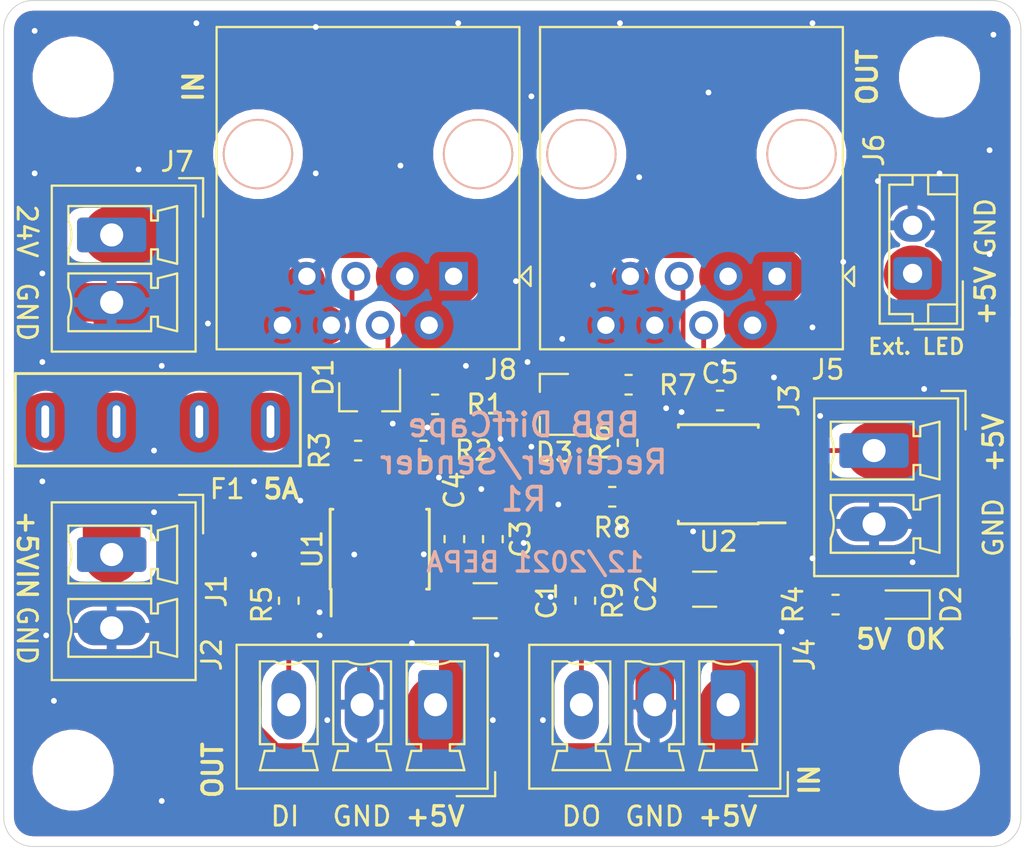
<source format=kicad_pcb>
(kicad_pcb (version 20171130) (host pcbnew "(5.1.7)-1")
  (layers (0 F.Cu signal) (31 B.Cu signal) (34 B.Paste user hide) (35 F.Paste user hide) (36 B.SilkS user hide) (37 F.SilkS user) (38 B.Mask user) (39 F.Mask user hide) (44 Edge.Cuts user))
  (net 0 "")
  (net 1 GNDD)
  (net 2 +5V)
  (net 3 "Net-(D2-Pad2)")
  (net 4 "Net-(R2-Pad2)")
  (net 5 "Net-(R3-Pad2)")
  (net 6 "Net-(R5-Pad1)")
  (net 7 /PW_In)
  (net 8 /RS422_B)
  (net 9 /RS422_A)
  (net 10 +24V)
  (net 11 /RS422_B_Out)
  (net 12 /RS422_A_Out)
  (net 13 /DataIn)
  (net 14 "Net-(J2-Pad3)")
  (net 15 "Net-(R6-Pad2)")
  (net 16 "Net-(R8-Pad2)")
  (net 17 "Net-(R9-Pad1)")
  (module bbb-diffcape-distrubutor:TLZWLA-Minifuse (layer F.Cu) (at 96.4 70.8 180)
    (fp_text reference F1 (at -3.6 -3.6) (layer F.SilkS))
    (fp_text value 5A)
    (pad 2 thru_hole oval (at 2.15 -0.1 180) (size 1 2.2) (drill oval 0.4 1.7) (layers *.Cu *.Mask) (net 7 /PW_In))
    (pad 2 thru_hole oval (at 5.85 -0.1 180) (size 1 2.2) (drill oval 0.4 1.7) (layers *.Cu *.Mask) (net 7 /PW_In))
    (pad 1 thru_hole oval (at -2.15 -0.1 180) (size 1 2.2) (drill oval 0.4 1.7) (layers *.Cu *.Mask) (net 2 +5V))
    (pad 1 thru_hole oval (at -5.85 -0.1 180) (size 1 2.2) (drill oval 0.4 1.7) (layers *.Cu *.Mask) (net 2 +5V))
  )
  (module Connector_Phoenix_MC:PhoenixContact_MCV_1,5_3-G-3.81_1x03_P3.81mm_Vertical (layer F.Cu) (at 126.02 85.6 180)
    (fp_text reference J4 (at -3.98 2.6 90) (layer F.SilkS))
    (fp_text value Screw_Terminal_01x03)
    (pad 3 thru_hole oval (at 7.62 0 180) (size 1.8 3.6) (drill 1.2) (layers *.Cu *.Mask) (net 13 /DataIn))
    (pad 2 thru_hole oval (at 3.81 0 180) (size 1.8 3.6) (drill 1.2) (layers *.Cu *.Mask) (net 1 GNDD))
    (pad 1 thru_hole roundrect (at 0 0 180) (size 1.8 3.6) (drill 1.2) (layers *.Cu *.Mask) (roundrect_rratio 0.138889) (net 2 +5V))
  )
  (module Connector_Phoenix_MC:PhoenixContact_MCV_1,5_3-G-3.81_1x03_P3.81mm_Vertical (layer F.Cu) (at 110.82 85.6 180)
    (fp_text reference J2 (at 11.62 2.6 90) (layer F.SilkS))
    (fp_text value Screw_Terminal_01x03)
    (pad 3 thru_hole oval (at 7.62 0 180) (size 1.8 3.6) (drill 1.2) (layers *.Cu *.Mask) (net 14 "Net-(J2-Pad3)"))
    (pad 2 thru_hole oval (at 3.81 0 180) (size 1.8 3.6) (drill 1.2) (layers *.Cu *.Mask) (net 1 GNDD))
    (pad 1 thru_hole roundrect (at 0 0 180) (size 1.8 3.6) (drill 1.2) (layers *.Cu *.Mask) (roundrect_rratio 0.138889) (net 2 +5V))
  )
  (module Connector_RJ:RJ45_OST_PJ012-8P8CX_Vertical (layer F.Cu) (at 128.56 63.35 180)
    (fp_text reference J5 (at -2.64 -4.85) (layer F.SilkS))
    (fp_text value RJ45)
    (pad "" np_thru_hole circle (at 10.16 6.35 180) (size 3.65 3.65) (drill 3.45) (layers *.Cu *.SilkS *.Mask))
    (pad "" np_thru_hole circle (at -1.27 6.35 180) (size 3.65 3.65) (drill 3.45) (layers *.Cu *.SilkS *.Mask))
    (pad 1 thru_hole rect (at 0 0 180) (size 1.5 1.5) (drill 0.9) (layers *.Cu *.Mask) (net 10 +24V))
    (pad 2 thru_hole circle (at 1.27 -2.54 180) (size 1.5 1.5) (drill 0.9) (layers *.Cu *.Mask) (net 10 +24V))
    (pad 3 thru_hole circle (at 2.54 0 180) (size 1.5 1.5) (drill 0.9) (layers *.Cu *.Mask) (net 10 +24V))
    (pad 4 thru_hole circle (at 3.81 -2.54 180) (size 1.5 1.5) (drill 0.9) (layers *.Cu *.Mask) (net 12 /RS422_A_Out))
    (pad 5 thru_hole circle (at 5.08 0 180) (size 1.5 1.5) (drill 0.9) (layers *.Cu *.Mask) (net 11 /RS422_B_Out))
    (pad 6 thru_hole circle (at 6.35 -2.54 180) (size 1.5 1.5) (drill 0.9) (layers *.Cu *.Mask) (net 1 GNDD))
    (pad 7 thru_hole circle (at 7.62 0 180) (size 1.5 1.5) (drill 0.9) (layers *.Cu *.Mask) (net 1 GNDD))
    (pad 8 thru_hole circle (at 8.89 -2.54 180) (size 1.5 1.5) (drill 0.9) (layers *.Cu *.Mask) (net 1 GNDD))
  )
  (module Package_SO:SOIC-8_3.9x4.9mm_P1.27mm (layer F.Cu) (at 125.51 73.63 180)
    (fp_text reference U2 (at 0 -3.5) (layer F.SilkS))
    (fp_text value SP3485EN)
    (pad 8 smd rect (at 2.7 -1.905 180) (size 1.55 0.6) (layers F.Cu F.Paste F.Mask) (net 2 +5V))
    (pad 7 smd rect (at 2.7 -0.635 180) (size 1.55 0.6) (layers F.Cu F.Paste F.Mask) (net 16 "Net-(R8-Pad2)"))
    (pad 6 smd rect (at 2.7 0.635 180) (size 1.55 0.6) (layers F.Cu F.Paste F.Mask) (net 15 "Net-(R6-Pad2)"))
    (pad 5 smd rect (at 2.7 1.905 180) (size 1.55 0.6) (layers F.Cu F.Paste F.Mask) (net 1 GNDD))
    (pad 4 smd rect (at -2.7 1.905 180) (size 1.55 0.6) (layers F.Cu F.Paste F.Mask) (net 17 "Net-(R9-Pad1)"))
    (pad 3 smd rect (at -2.7 0.635 180) (size 1.55 0.6) (layers F.Cu F.Paste F.Mask) (net 2 +5V))
    (pad 2 smd rect (at -2.7 -0.635 180) (size 1.55 0.6) (layers F.Cu F.Paste F.Mask) (net 2 +5V))
    (pad 1 smd rect (at -2.7 -1.905 180) (size 1.55 0.6) (layers F.Cu F.Paste F.Mask))
  )
  (module Resistor_SMD:R_0603_1608Metric (layer F.Cu) (at 118.6 80.2 270)
    (fp_text reference R9 (at 0 -1.43 90) (layer F.SilkS))
    (fp_text value 10)
    (pad 2 smd roundrect (at 0.7875 0 270) (size 0.875 0.95) (layers F.Cu F.Paste F.Mask) (net 13 /DataIn))
    (pad 1 smd roundrect (at -0.7875 0 270) (size 0.875 0.95) (layers F.Cu F.Paste F.Mask) (net 17 "Net-(R9-Pad1)"))
  )
  (module Resistor_SMD:R_0603_1608Metric (layer F.Cu) (at 120 74.8)
    (fp_text reference R8 (at 0 1.6) (layer F.SilkS))
    (fp_text value 10)
    (pad 2 smd roundrect (at 0.7875 0) (size 0.875 0.95) (layers F.Cu F.Paste F.Mask) (net 16 "Net-(R8-Pad2)"))
    (pad 1 smd roundrect (at -0.7875 0) (size 0.875 0.95) (layers F.Cu F.Paste F.Mask) (net 11 /RS422_B_Out))
  )
  (module Resistor_SMD:R_0603_1608Metric (layer F.Cu) (at 120.85 68.98 180)
    (fp_text reference R7 (at -2.55 -0.02) (layer F.SilkS))
    (fp_text value 120)
    (pad 2 smd roundrect (at 0.7875 0 180) (size 0.875 0.95) (layers F.Cu F.Paste F.Mask) (net 11 /RS422_B_Out))
    (pad 1 smd roundrect (at -0.7875 0 180) (size 0.875 0.95) (layers F.Cu F.Paste F.Mask) (net 12 /RS422_A_Out))
  )
  (module Resistor_SMD:R_0603_1608Metric (layer F.Cu) (at 120.8 72 270)
    (fp_text reference R6 (at 0 1.4 90) (layer F.SilkS))
    (fp_text value 10)
    (pad 2 smd roundrect (at 0.7875 0 270) (size 0.875 0.95) (layers F.Cu F.Paste F.Mask) (net 15 "Net-(R6-Pad2)"))
    (pad 1 smd roundrect (at -0.7875 0 270) (size 0.875 0.95) (layers F.Cu F.Paste F.Mask) (net 12 /RS422_A_Out))
  )
  (module Connector_Phoenix_MC:PhoenixContact_MCV_1,5_2-G-3.81_1x02_P3.81mm_Vertical (layer F.Cu) (at 133.6 72.4 270)
    (fp_text reference J3 (at -2.6 4.4 90) (layer F.SilkS))
    (fp_text value Screw_Terminal_01x02)
    (pad 2 thru_hole oval (at 3.81 0 270) (size 1.8 3.6) (drill 1.2) (layers *.Cu *.Mask) (net 1 GNDD))
    (pad 1 thru_hole roundrect (at 0 0 270) (size 1.8 3.6) (drill 1.2) (layers *.Cu *.Mask) (roundrect_rratio 0.138889) (net 2 +5V))
  )
  (module Connector_Phoenix_MC:PhoenixContact_MCV_1,5_2-G-3.81_1x02_P3.81mm_Vertical (layer F.Cu) (at 94 77.8 270)
    (fp_text reference J1 (at 1.9 -5.45 90) (layer F.SilkS))
    (fp_text value Screw_Terminal_01x02)
    (pad 2 thru_hole oval (at 3.81 0 270) (size 1.8 3.6) (drill 1.2) (layers *.Cu *.Mask) (net 1 GNDD))
    (pad 1 thru_hole roundrect (at 0 0 270) (size 1.8 3.6) (drill 1.2) (layers *.Cu *.Mask) (roundrect_rratio 0.138889) (net 7 /PW_In))
  )
  (module Package_TO_SOT_SMD:SOT-23 (layer F.Cu) (at 117 70 180)
    (fp_text reference D3 (at 0 -2.5) (layer F.SilkS))
    (fp_text value PSM712)
    (pad 3 smd rect (at 1 0 180) (size 0.9 0.8) (layers F.Cu F.Paste F.Mask) (net 1 GNDD))
    (pad 2 smd rect (at -1 0.95 180) (size 0.9 0.8) (layers F.Cu F.Paste F.Mask) (net 11 /RS422_B_Out))
    (pad 1 smd rect (at -1 -0.95 180) (size 0.9 0.8) (layers F.Cu F.Paste F.Mask) (net 12 /RS422_A_Out))
  )
  (module Capacitor_SMD:C_0603_1608Metric (layer F.Cu) (at 125.6 69.8 180)
    (fp_text reference C5 (at 0 1.4) (layer F.SilkS))
    (fp_text value 100n)
    (pad 2 smd roundrect (at 0.7875 0 180) (size 0.875 0.95) (layers F.Cu F.Paste F.Mask) (net 1 GNDD))
    (pad 1 smd roundrect (at -0.7875 0 180) (size 0.875 0.95) (layers F.Cu F.Paste F.Mask) (net 2 +5V))
  )
  (module Connector_RJ:RJ45_OST_PJ012-8P8CX_Vertical (layer F.Cu) (at 111.76 63.35 180)
    (fp_text reference J8 (at -2.44 -4.85) (layer F.SilkS))
    (fp_text value RJ45)
    (pad "" np_thru_hole circle (at 10.16 6.35 180) (size 3.65 3.65) (drill 3.45) (layers *.Cu *.SilkS *.Mask))
    (pad "" np_thru_hole circle (at -1.27 6.35 180) (size 3.65 3.65) (drill 3.45) (layers *.Cu *.SilkS *.Mask))
    (pad 1 thru_hole rect (at 0 0 180) (size 1.5 1.5) (drill 0.9) (layers *.Cu *.Mask) (net 10 +24V))
    (pad 2 thru_hole circle (at 1.27 -2.54 180) (size 1.5 1.5) (drill 0.9) (layers *.Cu *.Mask) (net 10 +24V))
    (pad 3 thru_hole circle (at 2.54 0 180) (size 1.5 1.5) (drill 0.9) (layers *.Cu *.Mask) (net 10 +24V))
    (pad 4 thru_hole circle (at 3.81 -2.54 180) (size 1.5 1.5) (drill 0.9) (layers *.Cu *.Mask) (net 9 /RS422_A))
    (pad 5 thru_hole circle (at 5.08 0 180) (size 1.5 1.5) (drill 0.9) (layers *.Cu *.Mask) (net 8 /RS422_B))
    (pad 6 thru_hole circle (at 6.35 -2.54 180) (size 1.5 1.5) (drill 0.9) (layers *.Cu *.Mask) (net 1 GNDD))
    (pad 7 thru_hole circle (at 7.62 0 180) (size 1.5 1.5) (drill 0.9) (layers *.Cu *.Mask) (net 1 GNDD))
    (pad 8 thru_hole circle (at 8.89 -2.54 180) (size 1.5 1.5) (drill 0.9) (layers *.Cu *.Mask) (net 1 GNDD))
  )
  (module Connector_Phoenix_MC:PhoenixContact_MCV_1,5_2-G-3.5_1x02_P3.50mm_Vertical (layer F.Cu) (at 94 61.2 270)
    (fp_text reference J7 (at -3.8 -3.4 180) (layer F.SilkS))
    (fp_text value Screw_Terminal_01x02)
    (pad 2 thru_hole oval (at 3.5 0 270) (size 1.8 3.6) (drill 1.2) (layers *.Cu *.Mask) (net 1 GNDD))
    (pad 1 thru_hole roundrect (at 0 0 270) (size 1.8 3.6) (drill 1.2) (layers *.Cu *.Mask) (roundrect_rratio 0.1388888888888889) (net 10 +24V))
  )
  (module Fiducial:Fiducial_0.75mm_Mask1.5mm (layer F.Cu) (at 131.8 87.2)
    (fp_text reference FID3 hide)
    (fp_text value Fiducial)
    (pad "" smd circle (at 0 0) (size 0.75 0.75) (layers F.Cu F.Mask) (clearance 0.375))
  )
  (module Fiducial:Fiducial_0.75mm_Mask1.5mm (layer F.Cu) (at 97.2 51.6)
    (fp_text reference FID2 hide)
    (fp_text value Fiducial)
    (pad "" smd circle (at 0 0) (size 0.75 0.75) (layers F.Cu F.Mask) (clearance 0.375))
  )
  (module Fiducial:Fiducial_0.75mm_Mask1.5mm (layer F.Cu) (at 97.2 87.6)
    (fp_text reference FID1 hide)
    (fp_text value Fiducial)
    (pad "" smd circle (at 0 0) (size 0.75 0.75) (layers F.Cu F.Mask) (clearance 0.375))
  )
  (module MountingHole:MountingHole_3.2mm_M3 (layer F.Cu) (at 137 89)
    (fp_text reference H4 hide)
    (fp_text value MountingHole)
    (pad 1 np_thru_hole circle (at 0 0) (size 3.2 3.2) (drill 3.2) (layers *.Cu *.Mask))
  )
  (module MountingHole:MountingHole_3.2mm_M3 (layer F.Cu) (at 92 53)
    (fp_text reference H3 hide)
    (fp_text value MountingHole)
    (pad 1 np_thru_hole circle (at 0 0) (size 3.2 3.2) (drill 3.2) (layers *.Cu *.Mask))
  )
  (module MountingHole:MountingHole_3.2mm_M3 (layer F.Cu) (at 137 53)
    (fp_text reference H2 hide)
    (fp_text value MountingHole)
    (pad 1 np_thru_hole circle (at 0 0) (size 3.2 3.2) (drill 3.2) (layers *.Cu *.Mask))
  )
  (module MountingHole:MountingHole_3.2mm_M3 (layer F.Cu) (at 92 89)
    (fp_text reference H1 hide)
    (fp_text value MountingHole)
    (pad 1 np_thru_hole circle (at 0 0) (size 3.2 3.2) (drill 3.2) (layers *.Cu *.Mask))
  )
  (module Package_SO:SOIC-8_3.9x4.9mm_P1.27mm (layer F.Cu) (at 107.924 77.522 90)
    (fp_text reference U1 (at 0 -3.5 90) (layer F.SilkS))
    (fp_text value SP3485EN)
    (pad 8 smd rect (at 2.7 -1.905 90) (size 1.55 0.6) (layers F.Cu F.Paste F.Mask) (net 2 +5V))
    (pad 7 smd rect (at 2.7 -0.635 90) (size 1.55 0.6) (layers F.Cu F.Paste F.Mask) (net 5 "Net-(R3-Pad2)"))
    (pad 6 smd rect (at 2.7 0.635 90) (size 1.55 0.6) (layers F.Cu F.Paste F.Mask) (net 4 "Net-(R2-Pad2)"))
    (pad 5 smd rect (at 2.7 1.905 90) (size 1.55 0.6) (layers F.Cu F.Paste F.Mask) (net 1 GNDD))
    (pad 4 smd rect (at -2.7 1.905 90) (size 1.55 0.6) (layers F.Cu F.Paste F.Mask))
    (pad 3 smd rect (at -2.7 0.635 90) (size 1.55 0.6) (layers F.Cu F.Paste F.Mask) (net 1 GNDD))
    (pad 2 smd rect (at -2.7 -0.635 90) (size 1.55 0.6) (layers F.Cu F.Paste F.Mask) (net 1 GNDD))
    (pad 1 smd rect (at -2.7 -1.905 90) (size 1.55 0.6) (layers F.Cu F.Paste F.Mask) (net 6 "Net-(R5-Pad1)"))
  )
  (module Resistor_SMD:R_0603_1608Metric (layer F.Cu) (at 103.2 80.2 270)
    (fp_text reference R5 (at 0.2 1.4 90) (layer F.SilkS))
    (fp_text value 10)
    (pad 2 smd roundrect (at 0.7875 0 270) (size 0.875 0.95) (layers F.Cu F.Paste F.Mask) (net 14 "Net-(J2-Pad3)"))
    (pad 1 smd roundrect (at -0.7875 0 270) (size 0.875 0.95) (layers F.Cu F.Paste F.Mask) (net 6 "Net-(R5-Pad1)"))
  )
  (module Resistor_SMD:R_0603_1608Metric (layer F.Cu) (at 131.6 80.4 180)
    (fp_text reference R4 (at 2.2 0 90) (layer F.SilkS))
    (fp_text value 470)
    (pad 2 smd roundrect (at 0.7875 0 180) (size 0.875 0.95) (layers F.Cu F.Paste F.Mask) (net 2 +5V))
    (pad 1 smd roundrect (at -0.7875 0 180) (size 0.875 0.95) (layers F.Cu F.Paste F.Mask) (net 3 "Net-(D2-Pad2)"))
  )
  (module Resistor_SMD:R_0603_1608Metric (layer F.Cu) (at 106.8 72.4)
    (fp_text reference R3 (at -2 0 90) (layer F.SilkS))
    (fp_text value 10)
    (pad 2 smd roundrect (at 0.7875 0) (size 0.875 0.95) (layers F.Cu F.Paste F.Mask) (net 5 "Net-(R3-Pad2)"))
    (pad 1 smd roundrect (at -0.7875 0) (size 0.875 0.95) (layers F.Cu F.Paste F.Mask) (net 8 /RS422_B))
  )
  (module Resistor_SMD:R_0603_1608Metric (layer F.Cu) (at 110.2 72.4 180)
    (fp_text reference R2 (at -2.6 0) (layer F.SilkS))
    (fp_text value 10)
    (pad 2 smd roundrect (at 0.7875 0 180) (size 0.875 0.95) (layers F.Cu F.Paste F.Mask) (net 4 "Net-(R2-Pad2)"))
    (pad 1 smd roundrect (at -0.7875 0 180) (size 0.875 0.95) (layers F.Cu F.Paste F.Mask) (net 9 /RS422_A))
  )
  (module Resistor_SMD:R_0603_1608Metric (layer F.Cu) (at 110.8 70 180)
    (fp_text reference R1 (at -2.6 0) (layer F.SilkS))
    (fp_text value 120)
    (pad 2 smd roundrect (at 0.7875 0 180) (size 0.875 0.95) (layers F.Cu F.Paste F.Mask) (net 8 /RS422_B))
    (pad 1 smd roundrect (at -0.7875 0 180) (size 0.875 0.95) (layers F.Cu F.Paste F.Mask) (net 9 /RS422_A))
  )
  (module Connector_JST:JST_EH_B2B-EH-A_1x02_P2.50mm_Vertical (layer F.Cu) (at 135.6 63.2 90)
    (fp_text reference J6 (at 6.4 -2 90) (layer F.SilkS))
    (fp_text value Conn_01x02_Male)
    (pad 2 thru_hole oval (at 2.5 0 90) (size 1.7 2) (drill 1) (layers *.Cu *.Mask) (net 1 GNDD))
    (pad 1 thru_hole roundrect (at 0 0 90) (size 1.7 2) (drill 1) (layers *.Cu *.Mask) (roundrect_rratio 0.1470588235294118) (net 2 +5V))
  )
  (module LED_SMD:LED_0603_1608Metric (layer F.Cu) (at 135 80.4 180)
    (fp_text reference D2 (at -2.6 0 90) (layer F.SilkS))
    (fp_text value LED)
    (pad 2 smd roundrect (at 0.7875 0 180) (size 0.875 0.95) (layers F.Cu F.Paste F.Mask) (net 3 "Net-(D2-Pad2)"))
    (pad 1 smd roundrect (at -0.7875 0 180) (size 0.875 0.95) (layers F.Cu F.Paste F.Mask) (net 1 GNDD))
  )
  (module Package_TO_SOT_SMD:SOT-23 (layer F.Cu) (at 107.4 69.6 270)
    (fp_text reference D1 (at -1 2.4 90) (layer F.SilkS))
    (fp_text value PSM712)
    (pad 3 smd rect (at 1 0 270) (size 0.9 0.8) (layers F.Cu F.Paste F.Mask) (net 1 GNDD))
    (pad 2 smd rect (at -1 0.95 270) (size 0.9 0.8) (layers F.Cu F.Paste F.Mask) (net 8 /RS422_B))
    (pad 1 smd rect (at -1 -0.95 270) (size 0.9 0.8) (layers F.Cu F.Paste F.Mask) (net 9 /RS422_A))
  )
  (module Capacitor_SMD:C_0603_1608Metric (layer F.Cu) (at 111.8 77 270)
    (fp_text reference C4 (at -2.54 0 90) (layer F.SilkS))
    (fp_text value 100n)
    (pad 2 smd roundrect (at 0.7875 0 270) (size 0.875 0.95) (layers F.Cu F.Paste F.Mask) (net 1 GNDD))
    (pad 1 smd roundrect (at -0.7875 0 270) (size 0.875 0.95) (layers F.Cu F.Paste F.Mask) (net 2 +5V))
  )
  (module Capacitor_SMD:C_0603_1608Metric (layer F.Cu) (at 113.8 77 270)
    (fp_text reference C3 (at 0 -1.43 90) (layer F.SilkS))
    (fp_text value 100n)
    (pad 2 smd roundrect (at 0.7875 0 270) (size 0.875 0.95) (layers F.Cu F.Paste F.Mask) (net 1 GNDD))
    (pad 1 smd roundrect (at -0.7875 0 270) (size 0.875 0.95) (layers F.Cu F.Paste F.Mask) (net 2 +5V))
  )
  (module Capacitor_SMD:C_1206_3216Metric (layer F.Cu) (at 124.8 79.6 180)
    (fp_text reference C2 (at 3.048 -0.254 270) (layer F.SilkS))
    (fp_text value 100u)
    (pad 2 smd roundrect (at 1.4 0 180) (size 1.25 1.75) (layers F.Cu F.Paste F.Mask) (roundrect_rratio 0.2) (net 1 GNDD))
    (pad 1 smd roundrect (at -1.4 0 180) (size 1.25 1.75) (layers F.Cu F.Paste F.Mask) (roundrect_rratio 0.2) (net 2 +5V))
  )
  (module Capacitor_SMD:C_1206_3216Metric (layer F.Cu) (at 113.4 80.2)
    (fp_text reference C1 (at 3.2 0 90) (layer F.SilkS))
    (fp_text value 100u)
    (pad 2 smd roundrect (at 1.4 0) (size 1.25 1.75) (layers F.Cu F.Paste F.Mask) (roundrect_rratio 0.2) (net 1 GNDD))
    (pad 1 smd roundrect (at -1.4 0) (size 1.25 1.75) (layers F.Cu F.Paste F.Mask) (roundrect_rratio 0.2) (net 2 +5V))
  )
  (gr_text IN (at 98.25 53.5 90) (layer F.SilkS) (effects (font (size 1 1) (thickness 0.2))))
  (gr_text OUT (at 133.25 53 90) (layer F.SilkS) (effects (font (size 1 1) (thickness 0.2))))
  (gr_text 5A (at 102.8 74.4) (layer F.SilkS) (effects (font (size 1 1) (thickness 0.2))))
  (gr_text "5V OK" (at 135 82.2) (layer F.SilkS) (effects (font (size 1 1) (thickness 0.2))))
  (gr_text +5V (at 139.8 72 90) (layer F.SilkS) (effects (font (size 1 1) (thickness 0.18))))
  (gr_text GND (at 139.8 76.4 90) (layer F.SilkS) (effects (font (size 1 1))))
  (gr_text OUT (at 99.25 89 90) (layer F.SilkS) (effects (font (size 1 1) (thickness 0.2))))
  (gr_text IN (at 130.25 89.5 90) (layer F.SilkS) (effects (font (size 1 1) (thickness 0.2))))
  (gr_text DO (at 118.4 91.4) (layer F.SilkS) (effects (font (size 1 1))))
  (gr_arc (start 89.916 91.44) (end 88.392 91.44) (angle -90) (layer Edge.Cuts) (width 0.05))
  (gr_arc (start 89.916 50.546) (end 89.916 49.022) (angle -90) (layer Edge.Cuts) (width 0.05))
  (gr_arc (start 139.7 50.546) (end 141.224 50.546) (angle -90) (layer Edge.Cuts) (width 0.05))
  (gr_arc (start 139.7 91.44) (end 139.7 92.964) (angle -90) (layer Edge.Cuts) (width 0.05))
  (gr_text 24V (at 89.6 61 270) (layer F.SilkS) (effects (font (size 1 1))))
  (gr_text GND (at 89.6 65.2 270) (layer F.SilkS) (effects (font (size 1 1))))
  (gr_text +5VIN (at 89.6 77.8145 270) (layer F.SilkS) (effects (font (size 1 1) (thickness 0.18))))
  (gr_text GND (at 89.6 82 270) (layer F.SilkS) (effects (font (size 1 1))))
  (gr_text "Ext. LED" (at 135.8 67) (layer F.SilkS) (effects (font (size 0.8 0.8))))
  (gr_text +5V (at 139.3855 64.3675 90) (layer F.SilkS) (effects (font (size 1 1) (thickness 0.18))))
  (gr_text GND (at 139.3855 60.8115 90) (layer F.SilkS) (effects (font (size 1 1))))
  (gr_text +5V (at 110.8 91.4) (layer F.SilkS) (effects (font (size 1 1) (thickness 0.18))))
  (gr_text GND (at 107 91.4) (layer F.SilkS) (effects (font (size 1 1))))
  (gr_text DI (at 103 91.4) (layer F.SilkS) (effects (font (size 1 1))))
  (gr_text GND (at 122.2 91.4) (layer F.SilkS) (effects (font (size 1 1))))
  (gr_text +5V (at 126 91.4) (layer F.SilkS) (effects (font (size 1 1) (thickness 0.18))))
  (gr_text "12/2021 BEPA" (at 116 78.2) (layer B.SilkS) (effects (font (size 1 1) (thickness 0.18)) (justify mirror)))
  (gr_line (start 88.392 91.44) (end 88.392 50.546) (layer Edge.Cuts) (width 0.05))
  (gr_line (start 139.7 92.964) (end 89.916 92.964) (layer Edge.Cuts) (width 0.05))
  (gr_line (start 141.224 50.546) (end 141.224 91.44) (layer Edge.Cuts) (width 0.05))
  (gr_line (start 89.916 49.022) (end 139.7 49.022) (layer Edge.Cuts) (width 0.05))
  (gr_text "BBB DiffCape\nReceiver/Sender\nR1" (at 115.4 73) (layer B.SilkS) (effects (font (size 1.2 1.2) (thickness 0.2)) (justify mirror)))
  (segment (start 107.289 85.321) (end 107.01 85.6) (width 0.25) (layer F.Cu) (net 1))
  (segment (start 122.21 80.79) (end 123.4 79.6) (width 2) (layer F.Cu) (net 1))
  (segment (start 122.21 85.6) (end 122.21 80.79) (width 2) (layer F.Cu) (net 1))
  (segment (start 111.8 77.7875) (end 110.2125 77.7875) (width 0.25) (layer F.Cu) (net 1))
  (segment (start 108.559 78.641) (end 108.559 80.222) (width 0.25) (layer F.Cu) (net 1))
  (segment (start 109.4125 77.7875) (end 108.559 78.641) (width 0.25) (layer F.Cu) (net 1))
  (segment (start 107.289 81.911) (end 108.089 81.911) (width 0.25) (layer F.Cu) (net 1))
  (segment (start 107.289 80.222) (end 107.289 81.911) (width 0.25) (layer F.Cu) (net 1))
  (segment (start 107.289 81.911) (end 107.289 85.321) (width 0.25) (layer F.Cu) (net 1))
  (segment (start 108.559 81.441) (end 108.559 80.222) (width 0.25) (layer F.Cu) (net 1))
  (segment (start 108.089 81.911) (end 108.559 81.441) (width 0.25) (layer F.Cu) (net 1))
  (segment (start 122.8875 71.725) (end 124.8125 69.8) (width 0.25) (layer F.Cu) (net 1))
  (segment (start 122.81 71.725) (end 122.8875 71.725) (width 0.25) (layer F.Cu) (net 1))
  (segment (start 102.87 64.812388) (end 104.082379 63.600009) (width 2) (layer F.Cu) (net 1))
  (segment (start 102.87 65.89) (end 102.87 64.812388) (width 2) (layer F.Cu) (net 1))
  (segment (start 102.87 65.89) (end 105.159991 65.89) (width 2) (layer F.Cu) (net 1))
  (segment (start 120.94 64.62) (end 120.94 63.600009) (width 2) (layer F.Cu) (net 1))
  (segment (start 119.67 65.89) (end 120.94 64.62) (width 2) (layer F.Cu) (net 1))
  (segment (start 122.21 65.89) (end 120.94 64.62) (width 2) (layer F.Cu) (net 1))
  (via (at 110.4 71.2) (size 0.4) (drill 0.3) (layers F.Cu B.Cu) (net 1))
  (via (at 108.6 71) (size 0.4) (drill 0.3) (layers F.Cu B.Cu) (net 1))
  (via (at 122.8 70.2) (size 0.4) (drill 0.3) (layers F.Cu B.Cu) (net 1))
  (via (at 123.6 70.4) (size 0.4) (drill 0.3) (layers F.Cu B.Cu) (net 1))
  (via (at 125.8 67.8) (size 0.4) (drill 0.3) (layers F.Cu B.Cu) (net 1))
  (via (at 128.4 68.6) (size 0.4) (drill 0.3) (layers F.Cu B.Cu) (net 1))
  (via (at 130.8 70.6) (size 0.4) (drill 0.3) (layers F.Cu B.Cu) (net 1))
  (via (at 130.4 66) (size 0.4) (drill 0.3) (layers F.Cu B.Cu) (net 1))
  (via (at 136.2 69.2) (size 0.4) (drill 0.3) (layers F.Cu B.Cu) (net 1))
  (via (at 132 62.6) (size 0.4) (drill 0.3) (layers F.Cu B.Cu) (net 1))
  (via (at 133.8 58.4) (size 0.4) (drill 0.3) (layers F.Cu B.Cu) (net 1))
  (via (at 137 58) (size 0.4) (drill 0.3) (layers F.Cu B.Cu) (net 1))
  (via (at 139.6 62.2) (size 0.4) (drill 0.3) (layers F.Cu B.Cu) (net 1))
  (via (at 139.8 50.8) (size 0.4) (drill 0.3) (layers F.Cu B.Cu) (net 1))
  (via (at 139.6 56.8) (size 0.4) (drill 0.3) (layers F.Cu B.Cu) (net 1))
  (via (at 130.4 50.2) (size 0.4) (drill 0.3) (layers F.Cu B.Cu) (net 1))
  (via (at 125 53.8) (size 0.4) (drill 0.3) (layers F.Cu B.Cu) (net 1))
  (via (at 120.4 50.2) (size 0.4) (drill 0.3) (layers F.Cu B.Cu) (net 1))
  (via (at 115.8 54) (size 0.4) (drill 0.3) (layers F.Cu B.Cu) (net 1))
  (via (at 121.4 58.2) (size 0.4) (drill 0.3) (layers F.Cu B.Cu) (net 1))
  (via (at 112 50.2) (size 0.4) (drill 0.3) (layers F.Cu B.Cu) (net 1))
  (via (at 109 57.6) (size 0.4) (drill 0.3) (layers F.Cu B.Cu) (net 1))
  (via (at 104.6 58) (size 0.4) (drill 0.3) (layers F.Cu B.Cu) (net 1))
  (via (at 104.6 50.4) (size 0.4) (drill 0.3) (layers F.Cu B.Cu) (net 1))
  (via (at 98.4 50.2) (size 0.4) (drill 0.3) (layers F.Cu B.Cu) (net 1))
  (via (at 90 50.6) (size 0.4) (drill 0.3) (layers F.Cu B.Cu) (net 1))
  (via (at 90 58) (size 0.4) (drill 0.3) (layers F.Cu B.Cu) (net 1))
  (via (at 95.4 57.8) (size 0.4) (drill 0.3) (layers F.Cu B.Cu) (net 1))
  (via (at 90.4 63.2) (size 0.4) (drill 0.3) (layers F.Cu B.Cu) (net 1))
  (via (at 90.4 67.8) (size 0.4) (drill 0.3) (layers F.Cu B.Cu) (net 1))
  (via (at 99 65.8) (size 0.4) (drill 0.3) (layers F.Cu B.Cu) (net 1))
  (via (at 96.6 68) (size 0.4) (drill 0.3) (layers F.Cu B.Cu) (net 1))
  (via (at 90.4 74) (size 0.4) (drill 0.3) (layers F.Cu B.Cu) (net 1))
  (via (at 90.6 82) (size 0.4) (drill 0.3) (layers F.Cu B.Cu) (net 1))
  (via (at 91 85.4) (size 0.4) (drill 0.3) (layers F.Cu B.Cu) (net 1))
  (via (at 96.6 90.6) (size 0.4) (drill 0.3) (layers F.Cu B.Cu) (net 1))
  (via (at 104.8 82) (size 0.4) (drill 0.3) (layers F.Cu B.Cu) (net 1))
  (via (at 104.8 80.8) (size 0.4) (drill 0.3) (layers F.Cu B.Cu) (net 1))
  (via (at 109.6 82.4) (size 0.4) (drill 0.3) (layers F.Cu B.Cu) (net 1))
  (via (at 105.2 86.4) (size 0.4) (drill 0.3) (layers F.Cu B.Cu) (net 1))
  (via (at 101.4 74) (size 0.4) (drill 0.3) (layers F.Cu B.Cu) (net 1))
  (via (at 103.8 75) (size 0.4) (drill 0.3) (layers F.Cu B.Cu) (net 1))
  (via (at 101.4 77.8) (size 0.4) (drill 0.3) (layers F.Cu B.Cu) (net 1))
  (segment (start 110.2125 77.7875) (end 109.4125 77.7875) (width 0.25) (layer F.Cu) (net 1))
  (via (at 110.2125 77.7875) (size 0.4) (drill 0.3) (layers F.Cu B.Cu) (net 1))
  (via (at 106.6 77.8) (size 0.4) (drill 0.3) (layers F.Cu B.Cu) (net 1))
  (via (at 113.8 86.4) (size 0.4) (drill 0.3) (layers F.Cu B.Cu) (net 1))
  (via (at 116.4 86.4) (size 0.4) (drill 0.3) (layers F.Cu B.Cu) (net 1))
  (via (at 116.8 80) (size 0.4) (drill 0.3) (layers F.Cu B.Cu) (net 1))
  (via (at 114 83) (size 0.4) (drill 0.3) (layers F.Cu B.Cu) (net 1))
  (via (at 124.2 76.6) (size 0.4) (drill 0.3) (layers F.Cu B.Cu) (net 1))
  (via (at 120.4 76.4) (size 0.4) (drill 0.3) (layers F.Cu B.Cu) (net 1))
  (via (at 117.2 75.2) (size 0.4) (drill 0.3) (layers F.Cu B.Cu) (net 1))
  (via (at 115.4 77.2) (size 0.4) (drill 0.3) (layers F.Cu B.Cu) (net 1))
  (via (at 111 73.8) (size 0.4) (drill 0.3) (layers F.Cu B.Cu) (net 1))
  (via (at 113.2 74.4) (size 0.4) (drill 0.3) (layers F.Cu B.Cu) (net 1))
  (via (at 115.8 72.2) (size 0.4) (drill 0.3) (layers F.Cu B.Cu) (net 1))
  (via (at 112.4 68) (size 0.4) (drill 0.3) (layers F.Cu B.Cu) (net 1))
  (via (at 115 63.6) (size 0.4) (drill 0.3) (layers F.Cu B.Cu) (net 1))
  (via (at 119 63.8) (size 0.4) (drill 0.3) (layers F.Cu B.Cu) (net 1))
  (via (at 117.4 66.6) (size 0.4) (drill 0.3) (layers F.Cu B.Cu) (net 1))
  (via (at 115.6 67.8) (size 0.4) (drill 0.3) (layers F.Cu B.Cu) (net 1))
  (via (at 114.2 71.8) (size 0.4) (drill 0.3) (layers F.Cu B.Cu) (net 1))
  (via (at 130.4 78) (size 0.4) (drill 0.3) (layers F.Cu B.Cu) (net 1))
  (via (at 128.8 81.8) (size 0.4) (drill 0.3) (layers F.Cu B.Cu) (net 1))
  (via (at 135.6 78.2) (size 0.4) (drill 0.3) (layers F.Cu B.Cu) (net 1))
  (via (at 96.2 75.6) (size 0.4) (drill 0.3) (layers F.Cu B.Cu) (net 1))
  (via (at 96.2 72.4) (size 0.4) (drill 0.3) (layers F.Cu B.Cu) (net 1))
  (segment (start 94 65.4) (end 96.6 68) (width 2) (layer F.Cu) (net 1))
  (segment (start 94 64.7) (end 94 65.4) (width 2) (layer F.Cu) (net 1))
  (segment (start 91.9 64.7) (end 90.4 63.2) (width 2) (layer F.Cu) (net 1))
  (segment (start 94 64.7) (end 91.9 64.7) (width 2) (layer F.Cu) (net 1))
  (segment (start 97.9 64.7) (end 99 65.8) (width 2) (layer F.Cu) (net 1))
  (segment (start 94 64.7) (end 97.9 64.7) (width 2) (layer F.Cu) (net 1))
  (segment (start 102.030012 89.10001) (end 98.55 85.619998) (width 3) (layer F.Cu) (net 2))
  (segment (start 109.11999 89.10001) (end 102.030012 89.10001) (width 3) (layer F.Cu) (net 2))
  (segment (start 110.82 87.4) (end 109.11999 89.10001) (width 3) (layer F.Cu) (net 2))
  (segment (start 110.82 85.6) (end 110.82 87.4) (width 3) (layer F.Cu) (net 2))
  (segment (start 98.55 70.9) (end 101.5 70.9) (width 3) (layer F.Cu) (net 2))
  (segment (start 101.5 70.9) (end 102.25 70.9) (width 3) (layer F.Cu) (net 2))
  (segment (start 126.02 87.4) (end 126.02 85.6) (width 3) (layer F.Cu) (net 2))
  (segment (start 124.31999 89.10001) (end 126.02 87.4) (width 3) (layer F.Cu) (net 2))
  (segment (start 109.11999 89.10001) (end 124.31999 89.10001) (width 3) (layer F.Cu) (net 2))
  (segment (start 135.65001 63.25001) (end 135.6 63.25001) (width 3) (layer F.Cu) (net 2))
  (segment (start 138.53751 66.13751) (end 135.65001 63.25001) (width 3) (layer F.Cu) (net 2))
  (segment (start 135.28854 84.7) (end 138.53751 81.45103) (width 3) (layer F.Cu) (net 2))
  (segment (start 126.02 85.6) (end 126.92 84.7) (width 3) (layer F.Cu) (net 2))
  (segment (start 138.27502 72.4) (end 138.53751 72.13751) (width 3) (layer F.Cu) (net 2))
  (segment (start 133.6 72.4) (end 138.27502 72.4) (width 3) (layer F.Cu) (net 2))
  (segment (start 138.53751 72.13751) (end 138.53751 66.13751) (width 3) (layer F.Cu) (net 2))
  (segment (start 138.53751 81.45103) (end 138.53751 72.13751) (width 3) (layer F.Cu) (net 2))
  (segment (start 98.55 75.55) (end 98.55 70.9) (width 3) (layer F.Cu) (net 2))
  (segment (start 98.55 85.619998) (end 98.55 75.55) (width 3) (layer F.Cu) (net 2))
  (segment (start 126.2 85.42) (end 126.02 85.6) (width 2) (layer F.Cu) (net 2))
  (segment (start 126.2 79.6) (end 126.2 85.42) (width 2) (layer F.Cu) (net 2))
  (segment (start 112 84.42) (end 112 80.2) (width 2) (layer F.Cu) (net 2))
  (segment (start 110.82 85.6) (end 112 84.42) (width 2) (layer F.Cu) (net 2))
  (segment (start 130.8125 84.0125) (end 131.5 84.7) (width 0.25) (layer F.Cu) (net 2))
  (segment (start 130.8125 80.4) (end 130.8125 84.0125) (width 0.25) (layer F.Cu) (net 2))
  (segment (start 131.5 84.7) (end 135.28854 84.7) (width 3) (layer F.Cu) (net 2))
  (segment (start 126.92 84.7) (end 131.5 84.7) (width 3) (layer F.Cu) (net 2))
  (segment (start 128.21 74.265) (end 129.335 74.265) (width 0.25) (layer F.Cu) (net 2))
  (segment (start 129.335 74.265) (end 129.6 74) (width 0.25) (layer F.Cu) (net 2))
  (segment (start 129.6 74) (end 129.6 73.2) (width 0.25) (layer F.Cu) (net 2))
  (segment (start 129.395 72.995) (end 129.6 73.2) (width 0.25) (layer F.Cu) (net 2))
  (segment (start 128.21 72.995) (end 129.395 72.995) (width 0.25) (layer F.Cu) (net 2))
  (segment (start 130.4 72.4) (end 129.6 73.2) (width 0.25) (layer F.Cu) (net 2))
  (segment (start 133.6 72.4) (end 130.4 72.4) (width 0.25) (layer F.Cu) (net 2))
  (segment (start 130.4 72.254998) (end 130.4 72.4) (width 0.25) (layer F.Cu) (net 2))
  (segment (start 127.945002 69.8) (end 130.4 72.254998) (width 0.25) (layer F.Cu) (net 2))
  (segment (start 126.3875 69.8) (end 127.945002 69.8) (width 0.25) (layer F.Cu) (net 2))
  (segment (start 106.019 75.212002) (end 106.019 74.822) (width 0.25) (layer F.Cu) (net 2))
  (segment (start 107.019498 76.2125) (end 106.019 75.212002) (width 0.25) (layer F.Cu) (net 2))
  (segment (start 111.8 76.2125) (end 107.019498 76.2125) (width 0.25) (layer F.Cu) (net 2))
  (segment (start 113.8 76.2125) (end 111.8 76.2125) (width 0.25) (layer F.Cu) (net 2))
  (segment (start 124.94999 71.23751) (end 126.3875 69.8) (width 0.25) (layer F.Cu) (net 2))
  (segment (start 124.94999 75.45001) (end 124.94999 71.23751) (width 0.25) (layer F.Cu) (net 2))
  (segment (start 124.865 75.535) (end 124.94999 75.45001) (width 0.25) (layer F.Cu) (net 2))
  (segment (start 122.81 75.535) (end 124.865 75.535) (width 0.25) (layer F.Cu) (net 2))
  (segment (start 106.019 74.669) (end 102.25 70.9) (width 0.25) (layer F.Cu) (net 2))
  (segment (start 106.019 74.822) (end 106.019 74.669) (width 0.25) (layer F.Cu) (net 2))
  (segment (start 134.2125 80.4) (end 132.3875 80.4) (width 0.25) (layer F.Cu) (net 3))
  (segment (start 108.559 73.2535) (end 109.4125 72.4) (width 0.25) (layer F.Cu) (net 4))
  (segment (start 108.559 74.822) (end 108.559 73.2535) (width 0.25) (layer F.Cu) (net 4))
  (segment (start 107.289 72.6985) (end 107.5875 72.4) (width 0.25) (layer F.Cu) (net 5))
  (segment (start 107.289 74.822) (end 107.289 72.6985) (width 0.25) (layer F.Cu) (net 5))
  (segment (start 105.2095 79.4125) (end 106.019 80.222) (width 0.25) (layer F.Cu) (net 6))
  (segment (start 103.2 79.4125) (end 105.2095 79.4125) (width 0.25) (layer F.Cu) (net 6))
  (segment (start 94 71.15) (end 94.25 70.9) (width 3) (layer F.Cu) (net 7))
  (segment (start 94 77.8) (end 94 71.15) (width 3) (layer F.Cu) (net 7))
  (segment (start 90.55 70.9) (end 94.25 70.9) (width 3) (layer F.Cu) (net 7))
  (segment (start 106.45 71.9625) (end 106.0125 72.4) (width 0.25) (layer F.Cu) (net 8))
  (segment (start 106.45 69.95) (end 106.45 71.9625) (width 0.25) (layer F.Cu) (net 8))
  (segment (start 106.45 68.6) (end 106.45 69.95) (width 0.25) (layer F.Cu) (net 8))
  (segment (start 106.485001 63.544999) (end 106.68 63.35) (width 0.25) (layer F.Cu) (net 8))
  (segment (start 106.485001 68.564999) (end 106.485001 63.544999) (width 0.25) (layer F.Cu) (net 8))
  (segment (start 106.45 68.6) (end 106.485001 68.564999) (width 0.25) (layer F.Cu) (net 8))
  (segment (start 107.674999 69.824999) (end 106.45 68.6) (width 0.25) (layer F.Cu) (net 8))
  (segment (start 109.837499 69.824999) (end 107.674999 69.824999) (width 0.25) (layer F.Cu) (net 8))
  (segment (start 110.0125 70) (end 109.837499 69.824999) (width 0.25) (layer F.Cu) (net 8))
  (segment (start 108.35 68.6) (end 110.3875 68.6) (width 0.25) (layer F.Cu) (net 9))
  (segment (start 108.35 66.29) (end 107.95 65.89) (width 0.25) (layer F.Cu) (net 9))
  (segment (start 108.35 68.6) (end 108.35 66.29) (width 0.25) (layer F.Cu) (net 9))
  (segment (start 111.5875 71.8) (end 110.9875 72.4) (width 0.25) (layer F.Cu) (net 9))
  (segment (start 111.5875 70) (end 111.5875 71.8) (width 0.25) (layer F.Cu) (net 9))
  (segment (start 111.5875 70) (end 111.5875 69.1875) (width 0.25) (layer F.Cu) (net 9))
  (segment (start 111 68.6) (end 110.3875 68.6) (width 0.25) (layer F.Cu) (net 9))
  (segment (start 111.5875 69.1875) (end 111 68.6) (width 0.25) (layer F.Cu) (net 9))
  (segment (start 126.109999 60.899999) (end 128.56 63.35) (width 3) (layer F.Cu) (net 10))
  (segment (start 102.663998 61.2) (end 102.963999 60.899999) (width 3) (layer F.Cu) (net 10))
  (segment (start 94 61.2) (end 102.663998 61.2) (width 3) (layer F.Cu) (net 10))
  (segment (start 127.29 64.62) (end 128.56 63.35) (width 3) (layer F.Cu) (net 10))
  (segment (start 127.29 65.89) (end 127.29 64.62) (width 3) (layer F.Cu) (net 10))
  (segment (start 126.02 63.35) (end 128.56 63.35) (width 3) (layer F.Cu) (net 10))
  (segment (start 110.49 64.62) (end 111.76 63.35) (width 3) (layer F.Cu) (net 10))
  (segment (start 110.49 64.62) (end 109.22 63.35) (width 3) (layer F.Cu) (net 10))
  (segment (start 110.49 65.89) (end 110.49 64.62) (width 3) (layer F.Cu) (net 10))
  (segment (start 111.76 61.56) (end 111.099999 60.899999) (width 3) (layer F.Cu) (net 10))
  (segment (start 111.76 63.35) (end 111.76 61.56) (width 3) (layer F.Cu) (net 10))
  (segment (start 111.099999 60.899999) (end 126.109999 60.899999) (width 3) (layer F.Cu) (net 10))
  (segment (start 102.963999 60.899999) (end 111.099999 60.899999) (width 3) (layer F.Cu) (net 10))
  (segment (start 118.07 68.98) (end 118 69.05) (width 0.25) (layer F.Cu) (net 11))
  (segment (start 120.0625 68.98) (end 118.07 68.98) (width 0.25) (layer F.Cu) (net 11))
  (segment (start 120.0625 68.98) (end 121.2425 67.8) (width 0.25) (layer F.Cu) (net 11))
  (segment (start 121.2425 67.8) (end 122.6 67.8) (width 0.25) (layer F.Cu) (net 11))
  (segment (start 123.674999 63.544999) (end 123.48 63.35) (width 0.25) (layer F.Cu) (net 11))
  (segment (start 123.674999 66.725001) (end 123.674999 63.544999) (width 0.25) (layer F.Cu) (net 11))
  (segment (start 122.6 67.8) (end 123.674999 66.725001) (width 0.25) (layer F.Cu) (net 11))
  (segment (start 117.224999 69.825001) (end 118 69.05) (width 0.25) (layer F.Cu) (net 11))
  (segment (start 117.224999 71.610001) (end 117.224999 69.825001) (width 0.25) (layer F.Cu) (net 11))
  (segment (start 119.2125 73.597502) (end 117.224999 71.610001) (width 0.25) (layer F.Cu) (net 11))
  (segment (start 119.2125 74.8) (end 119.2125 73.597502) (width 0.25) (layer F.Cu) (net 11))
  (segment (start 120.5375 70.95) (end 120.8 71.2125) (width 0.25) (layer F.Cu) (net 12))
  (segment (start 118 70.95) (end 120.5375 70.95) (width 0.25) (layer F.Cu) (net 12))
  (segment (start 121.6375 68.98) (end 123.02 68.98) (width 0.25) (layer F.Cu) (net 12))
  (segment (start 124.75 67.25) (end 124.75 65.89) (width 0.25) (layer F.Cu) (net 12))
  (segment (start 123.02 68.98) (end 124.75 67.25) (width 0.25) (layer F.Cu) (net 12))
  (segment (start 121.6375 70.375) (end 120.8 71.2125) (width 0.25) (layer F.Cu) (net 12))
  (segment (start 121.6375 68.98) (end 121.6375 70.375) (width 0.25) (layer F.Cu) (net 12))
  (segment (start 118.4 81.1875) (end 118.6 80.9875) (width 0.25) (layer F.Cu) (net 13))
  (segment (start 118.4 85.6) (end 118.4 81.1875) (width 0.25) (layer F.Cu) (net 13))
  (segment (start 103.2 85.6) (end 103.2 80.9875) (width 0.25) (layer F.Cu) (net 14))
  (segment (start 121.0075 72.995) (end 120.8 72.7875) (width 0.25) (layer F.Cu) (net 15))
  (segment (start 122.81 72.995) (end 121.0075 72.995) (width 0.25) (layer F.Cu) (net 15))
  (segment (start 121.3225 74.265) (end 120.7875 74.8) (width 0.25) (layer F.Cu) (net 16))
  (segment (start 122.81 74.265) (end 121.3225 74.265) (width 0.25) (layer F.Cu) (net 16))
  (segment (start 118.6 79.4125) (end 118.6 78.2) (width 0.25) (layer F.Cu) (net 17))
  (segment (start 118.6 78.2) (end 119.2 77.6) (width 0.25) (layer F.Cu) (net 17))
  (segment (start 119.2 77.6) (end 124.6 77.6) (width 0.25) (layer F.Cu) (net 17))
  (segment (start 124.6 77.6) (end 125.4 76.8) (width 0.25) (layer F.Cu) (net 17))
  (segment (start 125.4 76.8) (end 125.4 72.8) (width 0.25) (layer F.Cu) (net 17))
  (segment (start 126.475 71.725) (end 128.21 71.725) (width 0.25) (layer F.Cu) (net 17))
  (segment (start 125.4 72.8) (end 126.475 71.725) (width 0.25) (layer F.Cu) (net 17))
  (zone (net 1) (net_name GNDD) (layer F.Cu) (connect_pads (clearance 0.508)) (min_thickness 0.254) (fill yes (arc_segments 32) (thermal_gap 0.208) (thermal_bridge_width 0.5))
    (polygon (pts (xy 141.2 93) (xy 88.4 93) (xy 88.4 49) (xy 141.2 49)))
  )
  (zone (net 1) (net_name GNDD) (layer B.Cu) (connect_pads (clearance 0.508)) (min_thickness 0.254) (fill yes (arc_segments 32) (thermal_gap 0.208) (thermal_bridge_width 0.5))
    (polygon (pts (xy 141.4 93.2) (xy 88.2 93) (xy 88.4 49) (xy 141.2 49)))
  )
)
</source>
